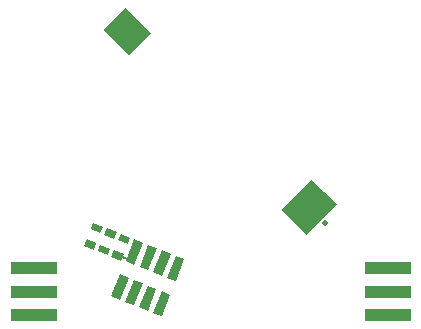
<source format=gbs>
G04 #@! TF.FileFunction,Soldermask,Bot*
%FSLAX46Y46*%
G04 Gerber Fmt 4.6, Leading zero omitted, Abs format (unit mm)*
G04 Created by KiCad (PCBNEW 4.0.0-rc2-stable) date 3/3/2016 3:42:14 PM*
%MOMM*%
G01*
G04 APERTURE LIST*
%ADD10C,0.150000*%
%ADD11R,4.000000X1.000000*%
%ADD12C,0.600000*%
%ADD13C,0.500000*%
G04 APERTURE END LIST*
D10*
D11*
X79016340Y-50192207D03*
X79016340Y-48192207D03*
X79016340Y-46192207D03*
D12*
X78016340Y-50192207D03*
X78016340Y-48192207D03*
X78016340Y-46192207D03*
D11*
X49020840Y-46192207D03*
X49020840Y-48192207D03*
X49020840Y-50192207D03*
D12*
X50020840Y-46192207D03*
X50020840Y-48192207D03*
X50020840Y-50192207D03*
D10*
G36*
X56773230Y-24206381D02*
X58932558Y-26288999D01*
X57127622Y-28160417D01*
X54968294Y-26077799D01*
X56773230Y-24206381D01*
X56773230Y-24206381D01*
G37*
G36*
X72523542Y-38702507D02*
X74682870Y-40785125D01*
X72183728Y-43376319D01*
X70024400Y-41293701D01*
X72523542Y-38702507D01*
X72523542Y-38702507D01*
G37*
D13*
X73721210Y-42358405D03*
D10*
G36*
X55609755Y-48580312D02*
X56358968Y-46725945D01*
X57063627Y-47010646D01*
X56314414Y-48865013D01*
X55609755Y-48580312D01*
X55609755Y-48580312D01*
G37*
G36*
X56787279Y-49056062D02*
X57536492Y-47201695D01*
X58241151Y-47486396D01*
X57491938Y-49340763D01*
X56787279Y-49056062D01*
X56787279Y-49056062D01*
G37*
G36*
X57964802Y-49531812D02*
X58714015Y-47677445D01*
X59418674Y-47962146D01*
X58669461Y-49816513D01*
X57964802Y-49531812D01*
X57964802Y-49531812D01*
G37*
G36*
X59142326Y-50007563D02*
X59891539Y-48153196D01*
X60596198Y-48437897D01*
X59846985Y-50292264D01*
X59142326Y-50007563D01*
X59142326Y-50007563D01*
G37*
G36*
X56808496Y-45613323D02*
X57557709Y-43758956D01*
X58262368Y-44043657D01*
X57513155Y-45898024D01*
X56808496Y-45613323D01*
X56808496Y-45613323D01*
G37*
G36*
X57986020Y-46089074D02*
X58735233Y-44234707D01*
X59439892Y-44519408D01*
X58690679Y-46373775D01*
X57986020Y-46089074D01*
X57986020Y-46089074D01*
G37*
G36*
X59163543Y-46564824D02*
X59912756Y-44710457D01*
X60617415Y-44995158D01*
X59868202Y-46849525D01*
X59163543Y-46564824D01*
X59163543Y-46564824D01*
G37*
G36*
X60350338Y-47044320D02*
X61099552Y-45189953D01*
X61785668Y-45467162D01*
X61036454Y-47321529D01*
X60350338Y-47044320D01*
X60350338Y-47044320D01*
G37*
G36*
X56160057Y-43841389D02*
X56384821Y-43285079D01*
X57219287Y-43622225D01*
X56994523Y-44178535D01*
X56160057Y-43841389D01*
X56160057Y-43841389D01*
G37*
G36*
X55598147Y-45232165D02*
X55822911Y-44675855D01*
X56657377Y-45013001D01*
X56432613Y-45569311D01*
X55598147Y-45232165D01*
X55598147Y-45232165D01*
G37*
G36*
X54439167Y-44763906D02*
X54663931Y-44207596D01*
X55498397Y-44544742D01*
X55273633Y-45101052D01*
X54439167Y-44763906D01*
X54439167Y-44763906D01*
G37*
G36*
X55001077Y-43373131D02*
X55225841Y-42816821D01*
X56060307Y-43153967D01*
X55835543Y-43710277D01*
X55001077Y-43373131D01*
X55001077Y-43373131D01*
G37*
G36*
X53842097Y-42904872D02*
X54066861Y-42348562D01*
X54901327Y-42685708D01*
X54676563Y-43242018D01*
X53842097Y-42904872D01*
X53842097Y-42904872D01*
G37*
G36*
X53280188Y-44295648D02*
X53504952Y-43739338D01*
X54339418Y-44076484D01*
X54114654Y-44632794D01*
X53280188Y-44295648D01*
X53280188Y-44295648D01*
G37*
G36*
X56294469Y-45243863D02*
X56369390Y-45058427D01*
X57203855Y-45395573D01*
X57128934Y-45581009D01*
X56294469Y-45243863D01*
X56294469Y-45243863D01*
G37*
M02*

</source>
